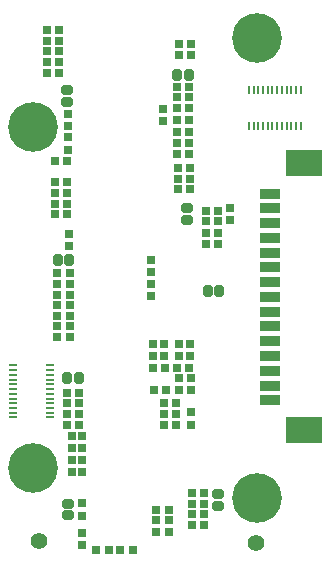
<source format=gbr>
G04*
G04 #@! TF.GenerationSoftware,Altium Limited,Altium Designer,24.9.1 (31)*
G04*
G04 Layer_Color=8388736*
%FSLAX44Y44*%
%MOMM*%
G71*
G04*
G04 #@! TF.SameCoordinates,2D473B94-B7B4-4BDE-9676-FEF16CC65D84*
G04*
G04*
G04 #@! TF.FilePolarity,Negative*
G04*
G01*
G75*
%ADD16R,0.2000X0.7000*%
%ADD17R,0.7000X0.2000*%
G04:AMPARAMS|DCode=20|XSize=1.0032mm|YSize=0.8032mm|CornerRadius=0.2516mm|HoleSize=0mm|Usage=FLASHONLY|Rotation=0.000|XOffset=0mm|YOffset=0mm|HoleType=Round|Shape=RoundedRectangle|*
%AMROUNDEDRECTD20*
21,1,1.0032,0.3000,0,0,0.0*
21,1,0.5000,0.8032,0,0,0.0*
1,1,0.5032,0.2500,-0.1500*
1,1,0.5032,-0.2500,-0.1500*
1,1,0.5032,-0.2500,0.1500*
1,1,0.5032,0.2500,0.1500*
%
%ADD20ROUNDEDRECTD20*%
G04:AMPARAMS|DCode=21|XSize=1.0032mm|YSize=0.8032mm|CornerRadius=0.2516mm|HoleSize=0mm|Usage=FLASHONLY|Rotation=90.000|XOffset=0mm|YOffset=0mm|HoleType=Round|Shape=RoundedRectangle|*
%AMROUNDEDRECTD21*
21,1,1.0032,0.3000,0,0,90.0*
21,1,0.5000,0.8032,0,0,90.0*
1,1,0.5032,0.1500,0.2500*
1,1,0.5032,0.1500,-0.2500*
1,1,0.5032,-0.1500,-0.2500*
1,1,0.5032,-0.1500,0.2500*
%
%ADD21ROUNDEDRECTD21*%
G04:AMPARAMS|DCode=22|XSize=0.75mm|YSize=0.7mm|CornerRadius=0.2mm|HoleSize=0mm|Usage=FLASHONLY|Rotation=0.000|XOffset=0mm|YOffset=0mm|HoleType=Round|Shape=RoundedRectangle|*
%AMROUNDEDRECTD22*
21,1,0.7500,0.3000,0,0,0.0*
21,1,0.3500,0.7000,0,0,0.0*
1,1,0.4000,0.1750,-0.1500*
1,1,0.4000,-0.1750,-0.1500*
1,1,0.4000,-0.1750,0.1500*
1,1,0.4000,0.1750,0.1500*
%
%ADD22ROUNDEDRECTD22*%
G04:AMPARAMS|DCode=23|XSize=0.75mm|YSize=0.7mm|CornerRadius=0.2mm|HoleSize=0mm|Usage=FLASHONLY|Rotation=270.000|XOffset=0mm|YOffset=0mm|HoleType=Round|Shape=RoundedRectangle|*
%AMROUNDEDRECTD23*
21,1,0.7500,0.3000,0,0,270.0*
21,1,0.3500,0.7000,0,0,270.0*
1,1,0.4000,-0.1500,-0.1750*
1,1,0.4000,-0.1500,0.1750*
1,1,0.4000,0.1500,0.1750*
1,1,0.4000,0.1500,-0.1750*
%
%ADD23ROUNDEDRECTD23*%
%ADD24R,1.7524X0.9524*%
%ADD25R,3.1524X2.2524*%
%ADD26C,1.4032*%
%ADD27C,4.2032*%
D16*
X252000Y364600D02*
D03*
Y395400D02*
D03*
X248000Y364600D02*
D03*
Y395400D02*
D03*
X244000Y364600D02*
D03*
Y395400D02*
D03*
X240000Y364600D02*
D03*
Y395400D02*
D03*
X236000Y364600D02*
D03*
Y395400D02*
D03*
X232000Y364600D02*
D03*
Y395400D02*
D03*
X228000Y364600D02*
D03*
Y395400D02*
D03*
X224000Y364600D02*
D03*
Y395400D02*
D03*
X220000Y364600D02*
D03*
Y395400D02*
D03*
X216000Y364600D02*
D03*
Y395400D02*
D03*
X212000Y364600D02*
D03*
Y395400D02*
D03*
X208000Y364600D02*
D03*
Y395400D02*
D03*
D17*
X8600Y118000D02*
D03*
X39400D02*
D03*
X8600Y122000D02*
D03*
X39400D02*
D03*
X8600Y126000D02*
D03*
X39400D02*
D03*
X8600Y130000D02*
D03*
X39400D02*
D03*
X8600Y134000D02*
D03*
X39400D02*
D03*
X8600Y138000D02*
D03*
X39400D02*
D03*
X8600Y142000D02*
D03*
X39400D02*
D03*
X8600Y146000D02*
D03*
X39400D02*
D03*
X8600Y150000D02*
D03*
X39400D02*
D03*
X8600Y154000D02*
D03*
X39400D02*
D03*
X8600Y158000D02*
D03*
X39400D02*
D03*
X8600Y162000D02*
D03*
X39400D02*
D03*
D20*
X55000Y45000D02*
D03*
Y35000D02*
D03*
X54000Y395000D02*
D03*
Y385000D02*
D03*
X182000Y43000D02*
D03*
Y53000D02*
D03*
X156000Y285000D02*
D03*
Y295000D02*
D03*
D21*
X64000Y151000D02*
D03*
X54000D02*
D03*
X46000Y251000D02*
D03*
X56000D02*
D03*
X173000Y225000D02*
D03*
X183000D02*
D03*
X147000Y408000D02*
D03*
X157000D02*
D03*
D22*
X54250Y290000D02*
D03*
X43750D02*
D03*
Y299000D02*
D03*
X54250D02*
D03*
X45750Y213000D02*
D03*
X56250D02*
D03*
Y186000D02*
D03*
X45750D02*
D03*
X146750Y398000D02*
D03*
X157250D02*
D03*
X36750Y446000D02*
D03*
X47250D02*
D03*
Y437000D02*
D03*
X36750D02*
D03*
Y419000D02*
D03*
X47250D02*
D03*
X53750Y112000D02*
D03*
X64250D02*
D03*
X170250Y54000D02*
D03*
X159750D02*
D03*
X182250Y265000D02*
D03*
X171750D02*
D03*
X135750Y112000D02*
D03*
X146250D02*
D03*
X159750Y45000D02*
D03*
X170250D02*
D03*
X140250Y40000D02*
D03*
X129750D02*
D03*
X53750Y130000D02*
D03*
X64250D02*
D03*
X56250Y195000D02*
D03*
X45750D02*
D03*
X146750Y160000D02*
D03*
X157250D02*
D03*
X126750D02*
D03*
X137250D02*
D03*
X45750Y240000D02*
D03*
X56250D02*
D03*
X54250Y317000D02*
D03*
X43750D02*
D03*
X158250Y320000D02*
D03*
X147750D02*
D03*
X171750Y284000D02*
D03*
X182250D02*
D03*
Y293000D02*
D03*
X171750D02*
D03*
X147750Y329000D02*
D03*
X158250D02*
D03*
X36750Y428000D02*
D03*
X47250D02*
D03*
X157250Y389000D02*
D03*
X146750D02*
D03*
Y380000D02*
D03*
X157250D02*
D03*
X148750Y434000D02*
D03*
X159250D02*
D03*
X135750Y121000D02*
D03*
X146250D02*
D03*
Y130000D02*
D03*
X135750D02*
D03*
X53750Y121000D02*
D03*
X64250D02*
D03*
X171750Y274000D02*
D03*
X182250D02*
D03*
X56250Y231000D02*
D03*
X45750D02*
D03*
Y222000D02*
D03*
X56250D02*
D03*
X54250Y335000D02*
D03*
X43750D02*
D03*
X146750Y370000D02*
D03*
X157250D02*
D03*
X146750Y350000D02*
D03*
X157250D02*
D03*
Y341000D02*
D03*
X146750D02*
D03*
X159250Y151000D02*
D03*
X148750D02*
D03*
X129750Y31000D02*
D03*
X140250D02*
D03*
X170250Y27000D02*
D03*
X159750D02*
D03*
X56250Y204000D02*
D03*
X45750D02*
D03*
X148750Y141000D02*
D03*
X159250D02*
D03*
X127750D02*
D03*
X138250D02*
D03*
X53750Y139000D02*
D03*
X64250D02*
D03*
X43750Y308000D02*
D03*
X54250D02*
D03*
X147750Y311000D02*
D03*
X158250D02*
D03*
X47250Y410000D02*
D03*
X36750D02*
D03*
X146750Y360000D02*
D03*
X157250D02*
D03*
X148750Y425000D02*
D03*
X159250D02*
D03*
X89250Y6000D02*
D03*
X78750D02*
D03*
X99000D02*
D03*
X109500D02*
D03*
X129750Y21000D02*
D03*
X140250D02*
D03*
X159750Y36000D02*
D03*
X170250D02*
D03*
D23*
X58000Y71750D02*
D03*
Y82250D02*
D03*
X55000Y344750D02*
D03*
Y355250D02*
D03*
X158000Y169750D02*
D03*
Y180250D02*
D03*
X149000Y169750D02*
D03*
Y180250D02*
D03*
X58000Y102250D02*
D03*
Y91750D02*
D03*
X67000Y20250D02*
D03*
Y9750D02*
D03*
Y82250D02*
D03*
Y71750D02*
D03*
X136000Y180250D02*
D03*
Y169750D02*
D03*
X127000D02*
D03*
Y180250D02*
D03*
X125000Y220750D02*
D03*
Y231250D02*
D03*
X159000Y122250D02*
D03*
Y111750D02*
D03*
X67000Y91750D02*
D03*
Y102250D02*
D03*
Y45250D02*
D03*
Y34750D02*
D03*
X125000Y251250D02*
D03*
Y240750D02*
D03*
X192000Y295250D02*
D03*
Y284750D02*
D03*
X56000Y273250D02*
D03*
Y262750D02*
D03*
X55000Y375250D02*
D03*
Y364750D02*
D03*
X135000Y368750D02*
D03*
Y379250D02*
D03*
D24*
X226000Y132500D02*
D03*
Y145000D02*
D03*
Y157500D02*
D03*
Y170000D02*
D03*
Y182500D02*
D03*
Y195000D02*
D03*
Y207500D02*
D03*
Y220000D02*
D03*
Y232500D02*
D03*
Y245000D02*
D03*
Y257500D02*
D03*
Y270000D02*
D03*
Y282500D02*
D03*
Y295000D02*
D03*
Y307500D02*
D03*
D25*
X255000Y333000D02*
D03*
Y107000D02*
D03*
D26*
X30000Y13000D02*
D03*
X214000Y12000D02*
D03*
D27*
X215000Y439000D02*
D03*
X25000Y75000D02*
D03*
X215000Y50000D02*
D03*
X25000Y364000D02*
D03*
M02*

</source>
